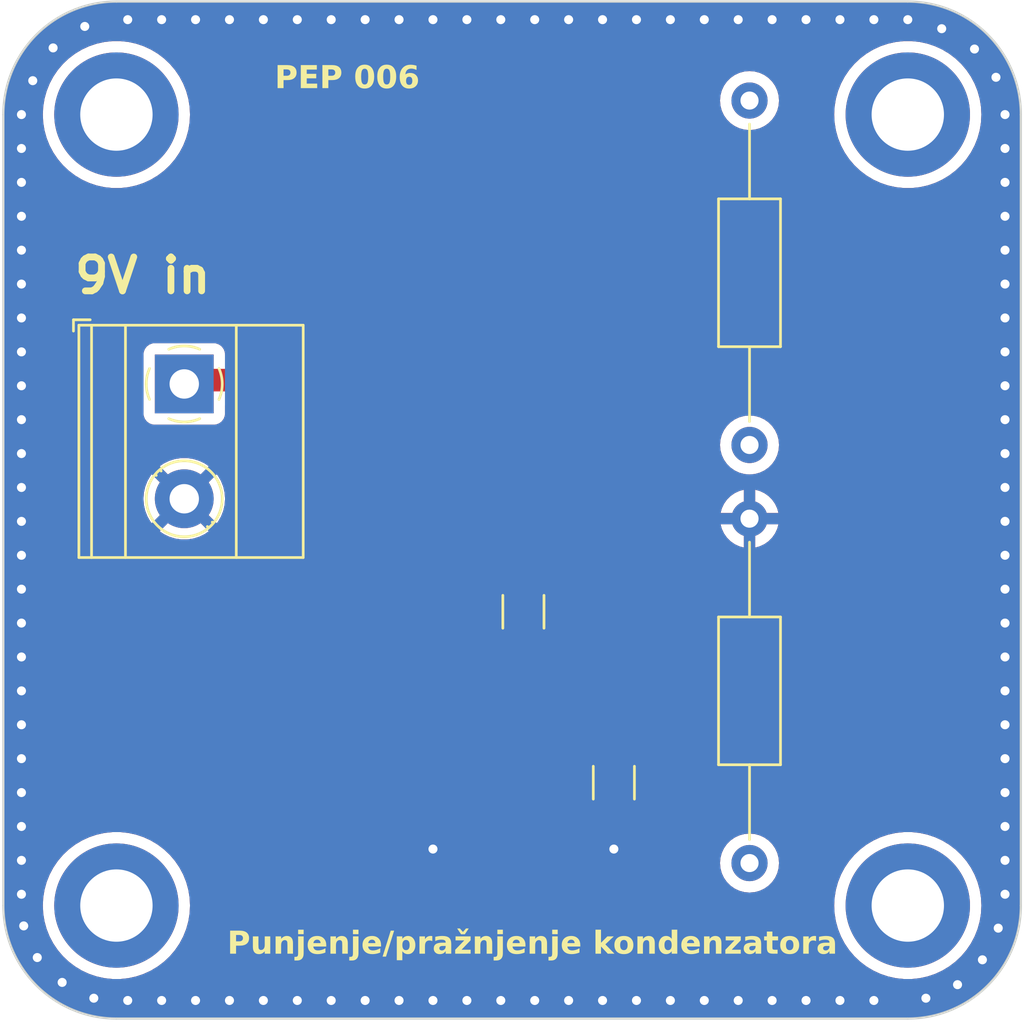
<source format=kicad_pcb>
(kicad_pcb (version 20240108) (generator "pcbnew") (generator_version "8.0")
  (layers (0 "F.Cu" signal) (31 "B.Cu" signal) (34 "B.Paste" user) (35 "F.Paste" user) (36 "B.SilkS" user "B.Silkscreen") (37 "F.SilkS" user "F.Silkscreen") (38 "B.Mask" user) (39 "F.Mask" user) (44 "Edge.Cuts" user))
  (net 0 "")
  (net 1 "out")
  (net 2 "0")
  (net 3 "9V")
  (net 4 "Net-(R3-Pad1)")
  (footprint "Resistor_THT:R_Axial_DIN0207_L6.3mm_D2.5mm_P15.24mm_Horizontal" (layer "F.Cu") (at 137 99.12 90)
    (property "Reference" "R3" (hide yes))
    (property "Value" "100k")
    (fp_line (start 10.89 -1.37) (end 4.35 -1.37) (stroke (width 0.12)) (layer "F.SilkS"))
    (fp_line (start 4.35 -1.37) (end 4.35 1.37) (stroke (width 0.12)) (layer "F.SilkS"))
    (fp_line (start 14.2 0) (end 10.89 0) (stroke (width 0.12)) (layer "F.SilkS"))
    (fp_line (start 1.04 0) (end 4.35 0) (stroke (width 0.12)) (layer "F.SilkS"))
    (fp_line (start 10.89 1.37) (end 10.89 -1.37) (stroke (width 0.12)) (layer "F.SilkS"))
    (fp_line (start 4.35 1.37) (end 10.89 1.37) (stroke (width 0.12)) (layer "F.SilkS"))
    (pad "1" thru_hole circle (at 0 0 90) (size 1.6 1.6) (drill 0.8) (layers "*.Cu" "*.Mask") (net 4 "Net-(R3-Pad1)"))
    (pad "2" thru_hole oval (at 15.24 0 90) (size 1.6 1.6) (drill 0.8) (layers "*.Cu" "*.Mask") (net 2 "0"))
  )
  (footprint "Resistor_THT:R_Axial_DIN0207_L6.3mm_D2.5mm_P15.24mm_Horizontal" (layer "F.Cu") (at 137 65.38 -90)
    (property "Reference" "R4" (hide yes))
    (property "Value" "100k")
    (fp_line (start 4.35 1.37) (end 10.89 1.37) (stroke (width 0.12)) (layer "F.SilkS"))
    (fp_line (start 10.89 1.37) (end 10.89 -1.37) (stroke (width 0.12)) (layer "F.SilkS"))
    (fp_line (start 1.04 0) (end 4.35 0) (stroke (width 0.12)) (layer "F.SilkS"))
    (fp_line (start 14.2 0) (end 10.89 0) (stroke (width 0.12)) (layer "F.SilkS"))
    (fp_line (start 4.35 -1.37) (end 4.35 1.37) (stroke (width 0.12)) (layer "F.SilkS"))
    (fp_line (start 10.89 -1.37) (end 4.35 -1.37) (stroke (width 0.12)) (layer "F.SilkS"))
    (pad "1" thru_hole circle (at 0 0 270) (size 1.6 1.6) (drill 0.8) (layers "*.Cu" "*.Mask") (net 4 "Net-(R3-Pad1)"))
    (pad "2" thru_hole oval (at 15.24 0 270) (size 1.6 1.6) (drill 0.8) (layers "*.Cu" "*.Mask") (net 3 "9V"))
  )
  (footprint "MountingHole:MountingHole_3.2mm_M3_ISO14580_Pad_TopBottom" (layer "F.Cu") (at 144 66)
    (property "Reference" "H3" (hide yes))
    (property "Value" "MountingHole")
    (pad "1" thru_hole circle (at 0 0) (size 3.6 3.6) (drill 3.2) (layers "*.Cu" "*.Mask"))
    (pad "1" connect circle (at 0 0) (size 5.5 5.5) (layers "F.Cu" "F.Mask"))
    (pad "1" connect circle (at 0 0) (size 5.5 5.5) (layers "B.Cu" "B.Mask"))
  )
  (footprint "MountingHole:MountingHole_3.2mm_M3_ISO14580_Pad_TopBottom" (layer "F.Cu") (at 144 101)
    (property "Reference" "H4" (hide yes))
    (property "Value" "MountingHole")
    (pad "1" thru_hole circle (at 0 0) (size 3.6 3.6) (drill 3.2) (layers "*.Cu" "*.Mask"))
    (pad "1" connect circle (at 0 0) (size 5.5 5.5) (layers "F.Cu" "F.Mask"))
    (pad "1" connect circle (at 0 0) (size 5.5 5.5) (layers "B.Cu" "B.Mask"))
  )
  (footprint "Resistor_SMD:R_1206_3216Metric_Pad1.30x1.75mm_HandSolder" (layer "F.Cu") (at 127 88 -90)
    (property "Reference" "R2" (hide yes))
    (property "Value" "100k")
    (fp_line (start -0.727064 0.91) (end 0.727064 0.91) (stroke (width 0.12)) (layer "F.SilkS"))
    (fp_line (start -0.727064 -0.91) (end 0.727064 -0.91) (stroke (width 0.12)) (layer "F.SilkS"))
    (pad "1" smd roundrect (at -1.55 0 270) (size 1.3 1.75) (layers "F.Cu" "F.Paste" "F.Mask") (roundrect_rratio 0.1923076923) (net 3 "9V"))
    (pad "2" smd roundrect (at 1.55 0 270) (size 1.3 1.75) (layers "F.Cu" "F.Paste" "F.Mask") (roundrect_rratio 0.1923076923) (net 1 "out"))
  )
  (footprint "MountingHole:MountingHole_3.2mm_M3_ISO14580_Pad_TopBottom" (layer "F.Cu") (at 109 66)
    (property "Reference" "H2" (hide yes))
    (property "Value" "MountingHole")
    (pad "1" thru_hole circle (at 0 0) (size 3.6 3.6) (drill 3.2) (layers "*.Cu" "*.Mask"))
    (pad "1" connect circle (at 0 0) (size 5.5 5.5) (layers "F.Cu" "F.Mask"))
    (pad "1" connect circle (at 0 0) (size 5.5 5.5) (layers "B.Cu" "B.Mask"))
  )
  (footprint "Resistor_SMD:R_1206_3216Metric_Pad1.30x1.75mm_HandSolder" (layer "F.Cu") (at 131 95.5625 -90)
    (property "Reference" "R1" (hide yes))
    (property "Value" "100k")
    (fp_line (start -0.727064 0.91) (end 0.727064 0.91) (stroke (width 0.12)) (layer "F.SilkS"))
    (fp_line (start -0.727064 -0.91) (end 0.727064 -0.91) (stroke (width 0.12)) (layer "F.SilkS"))
    (pad "1" smd roundrect (at -1.55 0 270) (size 1.3 1.75) (layers "F.Cu" "F.Paste" "F.Mask") (roundrect_rratio 0.1923076923) (net 1 "out"))
    (pad "2" smd roundrect (at 1.55 0 270) (size 1.3 1.75) (layers "F.Cu" "F.Paste" "F.Mask") (roundrect_rratio 0.1923076923) (net 2 "0"))
  )
  (footprint "TerminalBlock_Phoenix:TerminalBlock_Phoenix_MKDS-1,5-2-5.08_1x02_P5.08mm_Horizontal" (layer "F.Cu") (at 112 77.92 -90)
    (property "Reference" "J1" (hide yes))
    (property "Value" "Screw_Terminal_01x02")
    (fp_line (start -2.84 4.9) (end -2.34 4.9) (stroke (width 0.12)) (layer "F.SilkS"))
    (fp_line (start -2.6 4.66) (end 7.68 4.66) (stroke (width 0.12)) (layer "F.SilkS"))
    (fp_line (start -2.84 4.16) (end -2.84 4.9) (stroke (width 0.12)) (layer "F.SilkS"))
    (fp_line (start -2.6 4.1) (end 7.68 4.1) (stroke (width 0.12)) (layer "F.SilkS"))
    (fp_line (start -2.6 2.6) (end 7.68 2.6) (stroke (width 0.12)) (layer "F.SilkS"))
    (fp_line (start 4.046 1.239) (end 4.011 1.274) (stroke (width 0.12)) (layer "F.SilkS"))
    (fp_line (start 3.853 1.023) (end 3.806 1.069) (stroke (width 0.12)) (layer "F.SilkS"))
    (fp_line (start 6.355 -1.069) (end 6.308 -1.023) (stroke (width 0.12)) (layer "F.SilkS"))
    (fp_line (start 6.15 -1.275) (end 6.115 -1.239) (stroke (width 0.12)) (layer "F.SilkS"))
    (fp_line (start -2.6 -2.301) (end 7.68 -2.301) (stroke (width 0.12)) (layer "F.SilkS"))
    (fp_line (start -2.6 -5.261) (end -2.6 4.66) (stroke (width 0.12)) (layer "F.SilkS"))
    (fp_line (start -2.6 -5.261) (end 7.68 -5.261) (stroke (width 0.12)) (layer "F.SilkS"))
    (fp_line (start 7.68 -5.261) (end 7.68 4.66) (stroke (width 0.12)) (layer "F.SilkS"))
    (fp_arc (start 0.028805 1.680253) (mid -0.335551 1.646659) (end -0.684 1.535) (stroke (width 0.12)) (layer "F.SilkS"))
    (fp_arc (start 0.683318 1.534756) (mid 0.349292 1.643288) (end 0 1.68) (stroke (width 0.12)) (layer "F.SilkS"))
    (fp_arc (start -1.535427 0.683042) (mid -1.680501 -0.000524) (end -1.535 -0.684) (stroke (width 0.12)) (layer "F.SilkS"))
    (fp_arc (start 1.535427 -0.683042) (mid 1.680501 0.000524) (end 1.535 0.684) (stroke (width 0.12)) (layer "F.SilkS"))
    (fp_arc (start -0.683042 -1.535427) (mid 0.000524 -1.680501) (end 0.684 -1.535) (stroke (width 0.12)) (layer "F.SilkS"))
    (fp_circle (center 5.08 0) (end 6.76 0) (stroke (width 0.12)) (fill none) (layer "F.SilkS"))
    (pad "1" thru_hole rect (at 0 0 270) (size 2.6 2.6) (drill 1.3) (layers "*.Cu" "*.Mask") (net 3 "9V"))
    (pad "2" thru_hole circle (at 5.08 0 270) (size 2.6 2.6) (drill 1.3) (layers "*.Cu" "*.Mask") (net 2 "0"))
  )
  (footprint "MountingHole:MountingHole_3.2mm_M3_ISO14580_Pad_TopBottom" (layer "F.Cu") (at 109 101 -90)
    (property "Reference" "H1" (hide yes))
    (property "Value" "MountingHole")
    (pad "1" thru_hole circle (at 0 0 270) (size 3.6 3.6) (drill 3.2) (layers "*.Cu" "*.Mask"))
    (pad "1" connect circle (at 0 0 270) (size 5.5 5.5) (layers "F.Cu" "F.Mask"))
    (pad "1" connect circle (at 0 0 270) (size 5.5 5.5) (layers "B.Cu" "B.Mask"))
  )
  (gr_line (start 149 101) (end 148.999998 66) (stroke (width 0.1)) (layer "Edge.Cuts"))
  (gr_arc (start 104 66) (mid 105.464467 62.464467) (end 109 61) (stroke (width 0.1)) (layer "Edge.Cuts"))
  (gr_arc (start 144 61) (mid 147.535533 62.464466) (end 148.999998 66) (stroke (width 0.1)) (layer "Edge.Cuts"))
  (gr_line (start 104 66) (end 104 101) (stroke (width 0.1)) (layer "Edge.Cuts"))
  (gr_arc (start 149 101) (mid 147.535533 104.535533) (end 144 106) (stroke (width 0.1)) (layer "Edge.Cuts"))
  (gr_line (start 109 106) (end 144 106) (stroke (width 0.1)) (layer "Edge.Cuts"))
  (gr_arc (start 109 106) (mid 105.464467 104.535533) (end 104 101) (stroke (width 0.1)) (layer "Edge.Cuts"))
  (gr_line (start 144.000002 61) (end 109 61) (stroke (width 0.1)) (layer "Edge.Cuts"))
  (gr_text "Punjenje/pražnjenje kondenzatora" (at 113.9 103.3 0) (layer "F.SilkS") (effects (font (size 1 1) (thickness 0.2) (bold yes)) (justify left bottom)))
  (gr_text "9V in" (at 107 74 0) (layer "F.SilkS") (effects (font (size 1.5 1.5) (thickness 0.3) (bold yes)) (justify left bottom)))
  (gr_text "PEP 006" (at 116 65 0) (layer "F.SilkS") (effects (font (size 1 1) (thickness 0.2) (bold yes)) (justify left bottom)))
  (segment (start 129.9875 93) (end 128 93) (width 1) (layer "F.Cu") (net 1))
  (segment (start 127 90) (end 127 92) (width 1) (layer "F.Cu") (net 1))
  (segment (start 126 93) (end 124 93) (width 1) (layer "F.Cu") (net 1))
  (segment (start 127 90) (end 127 89.55) (width 1) (layer "F.Cu") (net 1))
  (segment (start 128 93) (end 127 92) (width 1) (layer "F.Cu") (net 1))
  (segment (start 127 92) (end 126 93) (width 1) (layer "F.Cu") (net 1))
  (segment (start 124 93) (end 123 94) (width 1) (layer "F.Cu") (net 1))
  (segment (start 131 94.0125) (end 129.9875 93) (width 1) (layer "F.Cu") (net 1))
  (segment (start 131 98.5) (end 131 97.1125) (width 1) (layer "F.Cu") (net 2))
  (segment (start 123 98.5) (end 123 97.125) (width 1) (layer "F.Cu") (net 2))
  (via (at 148.3 97.5) (size 0.8) (drill 0.4) (layers "F.Cu" "B.Cu") (net 2))
  (via (at 126 105.2) (size 0.8) (drill 0.4) (layers "F.Cu" "B.Cu") (net 2))
  (via (at 148.3 99) (size 0.8) (drill 0.4) (layers "F.Cu" "B.Cu") (net 2))
  (via (at 148.3 67.5) (size 0.8) (drill 0.4) (layers "F.Cu" "B.Cu") (net 2))
  (via (at 104.8 72) (size 0.8) (drill 0.4) (layers "F.Cu" "B.Cu") (net 2))
  (via (at 104.8 76.5) (size 0.8) (drill 0.4) (layers "F.Cu" "B.Cu") (net 2))
  (via (at 104.8 96) (size 0.8) (drill 0.4) (layers "F.Cu" "B.Cu") (net 2))
  (via (at 120 61.8) (size 0.8) (drill 0.4) (layers "F.Cu" "B.Cu") (net 2))
  (via (at 127.5 61.8) (size 0.8) (drill 0.4) (layers "F.Cu" "B.Cu") (net 2))
  (via (at 104.8 84) (size 0.8) (drill 0.4) (layers "F.Cu" "B.Cu") (net 2))
  (via (at 109.5 105.2) (size 0.8) (drill 0.4) (layers "F.Cu" "B.Cu") (net 2))
  (via (at 107.6 62.1) (size 0.8) (drill 0.4) (layers "F.Cu" "B.Cu") (net 2))
  (via (at 120 105.2) (size 0.8) (drill 0.4) (layers "F.Cu" "B.Cu") (net 2))
  (via (at 104.8 97.5) (size 0.8) (drill 0.4) (layers "F.Cu" "B.Cu") (net 2))
  (via (at 144 61.8) (size 0.8) (drill 0.4) (layers "F.Cu" "B.Cu") (net 2))
  (via (at 105.5 103.3) (size 0.8) (drill 0.4) (layers "F.Cu" "B.Cu") (net 2))
  (via (at 148.3 91.5) (size 0.8) (drill 0.4) (layers "F.Cu" "B.Cu") (net 2))
  (via (at 111 61.8) (size 0.8) (drill 0.4) (layers "F.Cu" "B.Cu") (net 2))
  (via (at 124.5 61.8) (size 0.8) (drill 0.4) (layers "F.Cu" "B.Cu") (net 2))
  (via (at 115.5 61.8) (size 0.8) (drill 0.4) (layers "F.Cu" "B.Cu") (net 2))
  (via (at 109.5 61.8) (size 0.8) (drill 0.4) (layers "F.Cu" "B.Cu") (net 2))
  (via (at 146.2 104.5) (size 0.8) (drill 0.4) (layers "F.Cu" "B.Cu") (net 2))
  (via (at 129 61.8) (size 0.8) (drill 0.4) (layers "F.Cu" "B.Cu") (net 2))
  (via (at 114 105.2) (size 0.8) (drill 0.4) (layers "F.Cu" "B.Cu") (net 2))
  (via (at 147.9 64.35) (size 0.8) (drill 0.4) (layers "F.Cu" "B.Cu") (net 2))
  (via (at 112.5 61.8) (size 0.8) (drill 0.4) (layers "F.Cu" "B.Cu") (net 2))
  (via (at 129 105.2) (size 0.8) (drill 0.4) (layers "F.Cu" "B.Cu") (net 2))
  (via (at 148.3 82.5) (size 0.8) (drill 0.4) (layers "F.Cu" "B.Cu") (net 2))
  (via (at 148.3 73.5) (size 0.8) (drill 0.4) (layers "F.Cu" "B.Cu") (net 2))
  (via (at 104.8 90) (size 0.8) (drill 0.4) (layers "F.Cu" "B.Cu") (net 2))
  (via (at 141 61.8) (size 0.8) (drill 0.4) (layers "F.Cu" "B.Cu") (net 2))
  (via (at 132 61.8) (size 0.8) (drill 0.4) (layers "F.Cu" "B.Cu") (net 2))
  (via (at 106.6 104.4) (size 0.8) (drill 0.4) (layers "F.Cu" "B.Cu") (net 2))
  (via (at 104.8 82.5) (size 0.8) (drill 0.4) (layers "F.Cu" "B.Cu") (net 2))
  (via (at 104.8 66) (size 0.8) (drill 0.4) (layers "F.Cu" "B.Cu") (net 2))
  (via (at 118.5 105.2) (size 0.8) (drill 0.4) (layers "F.Cu" "B.Cu") (net 2))
  (via (at 104.8 75) (size 0.8) (drill 0.4) (layers "F.Cu" "B.Cu") (net 2))
  (via (at 104.8 99) (size 0.8) (drill 0.4) (layers "F.Cu" "B.Cu") (net 2))
  (via (at 104.8 79.5) (size 0.8) (drill 0.4) (layers "F.Cu" "B.Cu") (net 2))
  (via (at 130.5 61.8) (size 0.8) (drill 0.4) (layers "F.Cu" "B.Cu") (net 2))
  (via (at 141 105.2) (size 0.8) (drill 0.4) (layers "F.Cu" "B.Cu") (net 2))
  (via (at 142.5 61.8) (size 0.8) (drill 0.4) (layers "F.Cu" "B.Cu") (net 2))
  (via (at 145.5 62.2) (size 0.8) (drill 0.4) (layers "F.Cu" "B.Cu") (net 2))
  (via (at 104.8 67.5) (size 0.8) (drill 0.4) (layers "F.Cu" "B.Cu") (net 2))
  (via (at 148.3 66) (size 0.8) (drill 0.4) (layers "F.Cu" "B.Cu") (net 2))
  (via (at 104.8 70.5) (size 0.8) (drill 0.4) (layers "F.Cu" "B.Cu") (net 2))
  (via (at 118.5 61.8) (size 0.8) (drill 0.4) (layers "F.Cu" "B.Cu") (net 2))
  (via (at 104.8 69) (size 0.8) (drill 0.4) (layers "F.Cu" "B.Cu") (net 2))
  (via (at 148.3 100.5) (size 0.8) (drill 0.4) (layers "F.Cu" "B.Cu") (net 2))
  (via (at 106.2 63.05) (size 0.8) (drill 0.4) (layers "F.Cu" "B.Cu") (net 2))
  (via (at 148.3 79.5) (size 0.8) (drill 0.4) (layers "F.Cu" "B.Cu") (net 2))
  (via (at 121.5 105.2) (size 0.8) (drill 0.4) (layers "F.Cu" "B.Cu") (net 2))
  (via (at 121.5 61.8) (size 0.8) (drill 0.4) (layers "F.Cu" "B.Cu") (net 2))
  (via (at 144.8 105.1) (size 0.8) (drill 0.4) (layers "F.Cu" "B.Cu") (net 2))
  (via (at 104.8 81) (size 0.8) (drill 0.4) (layers "F.Cu" "B.Cu") (net 2))
  (via (at 139.5 61.8) (size 0.8) (drill 0.4) (layers "F.Cu" "B.Cu") (net 2))
  (via (at 148.3 88.5) (size 0.8) (drill 0.4) (layers "F.Cu" "B.Cu") (net 2))
  (via (at 148 102) (size 0.8) (drill 0.4) (layers "F.Cu" "B.Cu") (net 2))
  (via (at 127.5 105.2) (size 0.8) (drill 0.4) (layers "F.Cu" "B.Cu") (net 2))
  (via (at 148.3 81) (size 0.8) (drill 0.4) (layers "F.Cu" "B.Cu") (net 2))
  (via (at 133.5 105.2) (size 0.8) (drill 0.4) (layers "F.Cu" "B.Cu") (net 2))
  (via (at 124.5 105.2) (size 0.8) (drill 0.4) (layers "F.Cu" "B.Cu") (net 2))
  (via (at 148.3 70.5) (size 0.8) (drill 0.4) (layers "F.Cu" "B.Cu") (net 2))
  (via (at 133.5 61.8) (size 0.8) (drill 0.4) (layers "F.Cu" "B.Cu") (net 2))
  (via (at 148.3 84) (size 0.8) (drill 0.4) (layers "F.Cu" "B.Cu") (net 2))
  (via (at 148.3 85.5) (size 0.8) (drill 0.4) (layers "F.Cu" "B.Cu") (net 2))
  (via (at 148.3 93) (size 0.8) (drill 0.4) (layers "F.Cu" "B.Cu") (net 2))
  (via (at 148.3 75) (size 0.8) (drill 0.4) (layers "F.Cu" "B.Cu") (net 2))
  (via (at 147.3 103.4) (size 0.8) (drill 0.4) (layers "F.Cu" "B.Cu") (net 2))
  (via (at 104.8 85.5) (size 0.8) (drill 0.4) (layers "F.Cu" "B.Cu") (net 2))
  (via (at 148.3 72) (size 0.8) (drill 0.4) (layers "F.Cu" "B.Cu") (net 2))
  (via (at 123 61.8) (size 0.8) (drill 0.4) (layers "F.Cu" "B.Cu") (net 2))
  (via (at 139.5 105.2) (size 0.8) (drill 0.4) (layers "F.Cu" "B.Cu") (net 2))
  (via (at 114 61.8) (size 0.8) (drill 0.4) (layers "F.Cu" "B.Cu") (net 2))
  (via (at 123 98.5) (size 0.8) (drill 0.4) (layers "F.Cu" "B.Cu") (net 2))
  (via (at 115.5 105.2) (size 0.8) (drill 0.4) (layers "F.Cu" "B.Cu") (net 2))
  (via (at 138 61.8) (size 0.8) (drill 0.4) (layers "F.Cu" "B.Cu") (net 2))
  (via (at 117 61.8) (size 0.8) (drill 0.4) (layers "F.Cu" "B.Cu") (net 2))
  (via (at 131 98.5) (size 0.8) (drill 0.4) (layers "F.Cu" "B.Cu") (net 2))
  (via (at 126 61.8) (size 0.8) (drill 0.4) (layers "F.Cu" "B.Cu") (net 2))
  (via (at 123 105.2) (size 0.8) (drill 0.4) (layers "F.Cu" "B.Cu") (net 2))
  (via (at 142.5 105.2) (size 0.8) (drill 0.4) (layers "F.Cu" "B.Cu") (net 2))
  (via (at 148.3 90) (size 0.8) (drill 0.4) (layers "F.Cu" "B.Cu") (net 2))
  (via (at 105.3 64.5) (size 0.8) (drill 0.4) (layers "F.Cu" "B.Cu") (net 2))
  (via (at 136.5 61.8) (size 0.8) (drill 0.4) (layers "F.Cu" "B.Cu") (net 2))
  (via (at 132 105.2) (size 0.8) (drill 0.4) (layers "F.Cu" "B.Cu") (net 2))
  (via (at 148.3 87) (size 0.8) (drill 0.4) (layers "F.Cu" "B.Cu") (net 2))
  (via (at 135 105.2) (size 0.8) (drill 0.4) (layers "F.Cu" "B.Cu") (net 2))
  (via (at 104.8 73.5) (size 0.8) (drill 0.4) (layers "F.Cu" "B.Cu") (net 2))
  (via (at 104.8 87) (size 0.8) (drill 0.4) (layers "F.Cu" "B.Cu") (net 2))
  (via (at 104.8 78) (size 0.8) (drill 0.4) (layers "F.Cu" "B.Cu") (net 2))
  (via (at 104.9 101.9) (size 0.8) (drill 0.4) (layers "F.Cu" "B.Cu") (net 2))
  (via (at 135 61.8) (size 0.8) (drill 0.4) (layers "F.Cu" "B.Cu") (net 2))
  (via (at 148.3 78) (size 0.8) (drill 0.4) (layers "F.Cu" "B.Cu") (net 2))
  (via (at 104.8 100.5) (size 0.8) (drill 0.4) (layers "F.Cu" "B.Cu") (net 2))
  (via (at 136.5 105.2) (size 0.8) (drill 0.4) (layers "F.Cu" "B.Cu") (net 2))
  (via (at 138 105.2) (size 0.8) (drill 0.4) (layers "F.Cu" "B.Cu") (net 2))
  (via (at 104.8 88.5) (size 0.8) (drill 0.4) (layers "F.Cu" "B.Cu") (net 2))
  (via (at 148.3 94.5) (size 0.8) (drill 0.4) (layers "F.Cu" "B.Cu") (net 2))
  (via (at 146.95 63.1) (size 0.8) (drill 0.4) (layers "F.Cu" "B.Cu") (net 2))
  (via (at 148.3 69) (size 0.8) (drill 0.4) (layers "F.Cu" "B.Cu") (net 2))
  (via (at 148.3 76.5) (size 0.8) (drill 0.4) (layers "F.Cu" "B.Cu") (net 2))
  (via (at 111 105.2) (size 0.8) (drill 0.4) (layers "F.Cu" "B.Cu") (net 2))
  (via (at 130.5 105.2) (size 0.8) (drill 0.4) (layers "F.Cu" "B.Cu") (net 2))
  (via (at 104.8 91.5) (size 0.8) (drill 0.4) (layers "F.Cu" "B.Cu") (net 2))
  (via (at 104.8 93) (size 0.8) (drill 0.4) (layers "F.Cu" "B.Cu") (net 2))
  (via (at 112.5 105.2) (size 0.8) (drill 0.4) (layers "F.Cu" "B.Cu") (net 2))
  (via (at 117 105.2) (size 0.8) (drill 0.4) (layers "F.Cu" "B.Cu") (net 2))
  (via (at 148.3 96) (size 0.8) (drill 0.4) (layers "F.Cu" "B.Cu") (net 2))
  (via (at 108 105.1) (size 0.8) (drill 0.4) (layers "F.Cu" "B.Cu") (net 2))
  (via (at 104.8 94.5) (size 0.8) (drill 0.4) (layers "F.Cu" "B.Cu") (net 2))
  (segment (start 127.25 77.75) (end 130.975 77.75) (width 1) (layer "F.Cu") (net 3))
  (segment (start 112 77.92) (end 112.17 77.75) (width 1) (layer "F.Cu") (net 3))
  (segment (start 127 86.45) (end 127 82.25) (width 1) (layer "F.Cu") (net 3))
  (segment (start 112.17 77.75) (end 127.25 77.75) (width 1) (layer "F.Cu") (net 3))
  (segment (start 123.025 77.75) (end 127.25 77.75) (width 1) (layer "F.Cu") (net 3))
  (zone (net 2) (net_name "0") (layer "F.Cu") (priority 1) (connect_pads (clearance 0.5)) (min_thickness 0.25) (fill yes (thermal_gap 0.5) (thermal_bridge_width 0.5))
    (polygon (pts (xy 104 61) (xy 149 61) (xy 149 106) (xy 104 106)))
  )
  (zone (net 2) (net_name "0") (layer "B.Cu") (priority 1) (connect_pads (clearance 0.5)) (min_thickness 0.25) (fill yes (thermal_gap 0.5) (thermal_bridge_width 0.5))
    (polygon (pts (xy 104 61) (xy 149 61) (xy 149 106) (xy 104 106)))
  )
)
</source>
